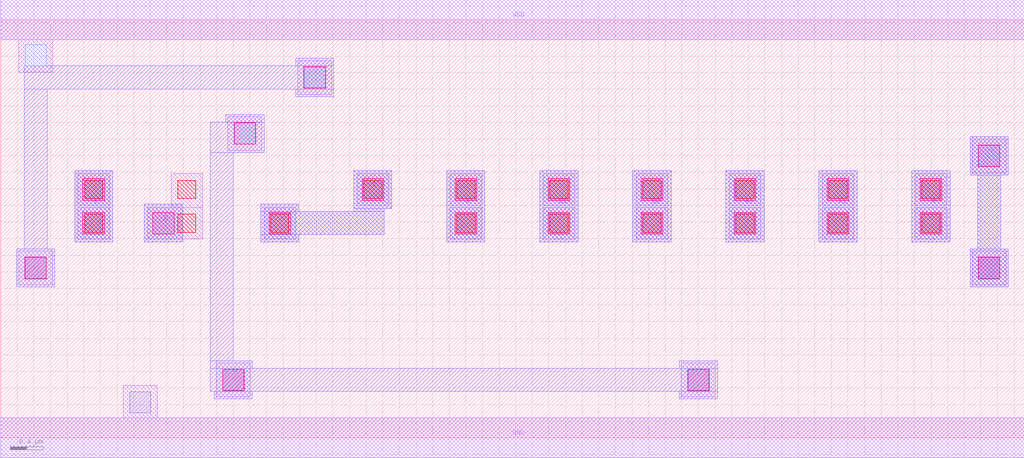
<source format=lef>
MACRO AAOAOI33111
 CLASS CORE ;
 FOREIGN AAOAOI33111 0 0 ;
 SIZE 12.32 BY 5.04 ;
 ORIGIN 0 0 ;
 SYMMETRY X Y R90 ;
 SITE unit ;
  PIN VDD
   DIRECTION INOUT ;
   USE POWER ;
   SHAPE ABUTMENT ;
    PORT
     CLASS CORE ;
       LAYER met1 ;
        RECT 0.00000000 4.80000000 12.32000000 5.28000000 ;
    END
  END VDD

  PIN GND
   DIRECTION INOUT ;
   USE POWER ;
   SHAPE ABUTMENT ;
    PORT
     CLASS CORE ;
       LAYER met1 ;
        RECT 0.00000000 -0.24000000 12.32000000 0.24000000 ;
    END
  END GND

  PIN Y
   DIRECTION INOUT ;
   USE SIGNAL ;
   SHAPE ABUTMENT ;
    PORT
     CLASS CORE ;
       LAYER met2 ;
        RECT 11.67000000 1.81700000 12.13000000 2.27700000 ;
        RECT 11.76000000 2.27700000 12.04000000 3.16700000 ;
        RECT 11.67000000 3.16700000 12.13000000 3.62700000 ;
    END
  END Y

  PIN B2
   DIRECTION INOUT ;
   USE SIGNAL ;
   SHAPE ABUTMENT ;
    PORT
     CLASS CORE ;
       LAYER met2 ;
        RECT 7.61000000 2.35700000 8.07000000 3.22200000 ;
    END
  END B2

  PIN A1
   DIRECTION INOUT ;
   USE SIGNAL ;
   SHAPE ABUTMENT ;
    PORT
     CLASS CORE ;
       LAYER met2 ;
        RECT 9.85000000 2.35700000 10.31000000 3.22200000 ;
    END
  END A1

  PIN A
   DIRECTION INOUT ;
   USE SIGNAL ;
   SHAPE ABUTMENT ;
    PORT
     CLASS CORE ;
       LAYER met2 ;
        RECT 10.97000000 2.35700000 11.43000000 3.22200000 ;
    END
  END A

  PIN C
   DIRECTION INOUT ;
   USE SIGNAL ;
   SHAPE ABUTMENT ;
    PORT
     CLASS CORE ;
       LAYER met2 ;
        RECT 3.13000000 2.35700000 3.59000000 2.44700000 ;
        RECT 3.13000000 2.44700000 4.62000000 2.72700000 ;
        RECT 4.25000000 2.72700000 4.62000000 2.76200000 ;
        RECT 3.13000000 2.72700000 3.59000000 2.81700000 ;
        RECT 4.25000000 2.76200000 4.71000000 3.22200000 ;
    END
  END C

  PIN A2
   DIRECTION INOUT ;
   USE SIGNAL ;
   SHAPE ABUTMENT ;
    PORT
     CLASS CORE ;
       LAYER met2 ;
        RECT 8.73000000 2.35700000 9.19000000 3.22200000 ;
    END
  END A2

  PIN B
   DIRECTION INOUT ;
   USE SIGNAL ;
   SHAPE ABUTMENT ;
    PORT
     CLASS CORE ;
       LAYER met2 ;
        RECT 5.37000000 2.35700000 5.83000000 3.22200000 ;
    END
  END B

  PIN B1
   DIRECTION INOUT ;
   USE SIGNAL ;
   SHAPE ABUTMENT ;
    PORT
     CLASS CORE ;
       LAYER met2 ;
        RECT 6.49000000 2.35700000 6.95000000 3.22200000 ;
    END
  END B1

  PIN E
   DIRECTION INOUT ;
   USE SIGNAL ;
   SHAPE ABUTMENT ;
    PORT
     CLASS CORE ;
       LAYER met2 ;
        RECT 0.89000000 2.35700000 1.35000000 3.22200000 ;
    END
  END E

  PIN D
   DIRECTION INOUT ;
   USE SIGNAL ;
   SHAPE ABUTMENT ;
    PORT
     CLASS CORE ;
       LAYER met2 ;
        RECT 1.73000000 2.35700000 2.19000000 2.81700000 ;
    END
  END D

 OBS
    LAYER polycont ;
     RECT 1.01000000 2.47700000 1.23000000 2.69700000 ;
     RECT 2.13000000 2.47700000 2.35000000 2.69700000 ;
     RECT 3.25000000 2.47700000 3.47000000 2.69700000 ;
     RECT 5.49000000 2.47700000 5.71000000 2.69700000 ;
     RECT 6.61000000 2.47700000 6.83000000 2.69700000 ;
     RECT 7.73000000 2.47700000 7.95000000 2.69700000 ;
     RECT 8.85000000 2.47700000 9.07000000 2.69700000 ;
     RECT 9.97000000 2.47700000 10.19000000 2.69700000 ;
     RECT 11.09000000 2.47700000 11.31000000 2.69700000 ;
     RECT 1.01000000 2.88200000 1.23000000 3.10200000 ;
     RECT 2.13000000 2.88200000 2.35000000 3.10200000 ;
     RECT 4.37000000 2.88200000 4.59000000 3.10200000 ;
     RECT 5.49000000 2.88200000 5.71000000 3.10200000 ;
     RECT 6.61000000 2.88200000 6.83000000 3.10200000 ;
     RECT 7.73000000 2.88200000 7.95000000 3.10200000 ;
     RECT 8.85000000 2.88200000 9.07000000 3.10200000 ;
     RECT 9.97000000 2.88200000 10.19000000 3.10200000 ;
     RECT 11.09000000 2.88200000 11.31000000 3.10200000 ;

    LAYER pdiffc ;
     RECT 11.77500000 3.27200000 12.02500000 3.52200000 ;
     RECT 2.81500000 3.54200000 3.06500000 3.79200000 ;
     RECT 3.65500000 4.21700000 3.90500000 4.46700000 ;
     RECT 0.29500000 4.48700000 0.54500000 4.73700000 ;

    LAYER ndiffc ;
     RECT 1.55500000 0.30200000 1.80500000 0.55200000 ;
     RECT 2.67500000 0.57200000 2.92500000 0.82200000 ;
     RECT 8.27500000 0.57200000 8.52500000 0.82200000 ;
     RECT 0.29500000 1.92200000 0.54500000 2.17200000 ;
     RECT 11.77500000 1.92200000 12.02500000 2.17200000 ;

    LAYER met1 ;
     RECT 0.00000000 -0.24000000 12.32000000 0.24000000 ;
     RECT 1.47500000 0.24000000 1.88500000 0.63200000 ;
     RECT 2.59500000 0.49200000 3.00500000 0.90200000 ;
     RECT 8.19500000 0.49200000 8.60500000 0.90200000 ;
     RECT 0.21500000 1.84200000 0.62500000 2.25200000 ;
     RECT 11.69500000 1.84200000 12.10500000 2.25200000 ;
     RECT 0.93000000 2.39700000 1.31000000 2.77700000 ;
     RECT 3.17000000 2.39700000 3.55000000 2.77700000 ;
     RECT 5.41000000 2.39700000 5.79000000 2.77700000 ;
     RECT 6.53000000 2.39700000 6.91000000 2.77700000 ;
     RECT 7.65000000 2.39700000 8.03000000 2.77700000 ;
     RECT 8.77000000 2.39700000 9.15000000 2.77700000 ;
     RECT 9.89000000 2.39700000 10.27000000 2.77700000 ;
     RECT 11.01000000 2.39700000 11.39000000 2.77700000 ;
     RECT 0.93000000 2.80200000 1.31000000 3.18200000 ;
     RECT 1.77000000 2.39700000 2.43000000 2.77700000 ;
     RECT 2.05000000 2.77700000 2.43000000 3.18200000 ;
     RECT 4.29000000 2.80200000 4.67000000 3.18200000 ;
     RECT 5.41000000 2.80200000 5.79000000 3.18200000 ;
     RECT 6.53000000 2.80200000 6.91000000 3.18200000 ;
     RECT 7.65000000 2.80200000 8.03000000 3.18200000 ;
     RECT 8.77000000 2.80200000 9.15000000 3.18200000 ;
     RECT 9.89000000 2.80200000 10.27000000 3.18200000 ;
     RECT 11.01000000 2.80200000 11.39000000 3.18200000 ;
     RECT 11.69500000 3.19200000 12.10500000 3.60200000 ;
     RECT 2.73500000 3.46200000 3.14500000 3.87200000 ;
     RECT 3.57500000 4.13700000 3.98500000 4.54700000 ;
     RECT 0.21500000 4.40700000 0.62500000 4.80000000 ;
     RECT 0.00000000 4.80000000 12.32000000 5.28000000 ;

    LAYER via1 ;
     RECT 2.67000000 0.56700000 2.93000000 0.82700000 ;
     RECT 8.27000000 0.56700000 8.53000000 0.82700000 ;
     RECT 0.29000000 1.91700000 0.55000000 2.17700000 ;
     RECT 11.77000000 1.91700000 12.03000000 2.17700000 ;
     RECT 0.99000000 2.45700000 1.25000000 2.71700000 ;
     RECT 1.83000000 2.45700000 2.09000000 2.71700000 ;
     RECT 3.23000000 2.45700000 3.49000000 2.71700000 ;
     RECT 5.47000000 2.45700000 5.73000000 2.71700000 ;
     RECT 6.59000000 2.45700000 6.85000000 2.71700000 ;
     RECT 7.71000000 2.45700000 7.97000000 2.71700000 ;
     RECT 8.83000000 2.45700000 9.09000000 2.71700000 ;
     RECT 9.95000000 2.45700000 10.21000000 2.71700000 ;
     RECT 11.07000000 2.45700000 11.33000000 2.71700000 ;
     RECT 0.99000000 2.86200000 1.25000000 3.12200000 ;
     RECT 4.35000000 2.86200000 4.61000000 3.12200000 ;
     RECT 5.47000000 2.86200000 5.73000000 3.12200000 ;
     RECT 6.59000000 2.86200000 6.85000000 3.12200000 ;
     RECT 7.71000000 2.86200000 7.97000000 3.12200000 ;
     RECT 8.83000000 2.86200000 9.09000000 3.12200000 ;
     RECT 9.95000000 2.86200000 10.21000000 3.12200000 ;
     RECT 11.07000000 2.86200000 11.33000000 3.12200000 ;
     RECT 11.77000000 3.26700000 12.03000000 3.52700000 ;
     RECT 2.81000000 3.53700000 3.07000000 3.79700000 ;
     RECT 3.65000000 4.21200000 3.91000000 4.47200000 ;

    LAYER met2 ;
     RECT 1.73000000 2.35700000 2.19000000 2.81700000 ;
     RECT 0.89000000 2.35700000 1.35000000 3.22200000 ;
     RECT 3.13000000 2.35700000 3.59000000 2.44700000 ;
     RECT 3.13000000 2.44700000 4.62000000 2.72700000 ;
     RECT 4.25000000 2.72700000 4.62000000 2.76200000 ;
     RECT 3.13000000 2.72700000 3.59000000 2.81700000 ;
     RECT 4.25000000 2.76200000 4.71000000 3.22200000 ;
     RECT 5.37000000 2.35700000 5.83000000 3.22200000 ;
     RECT 6.49000000 2.35700000 6.95000000 3.22200000 ;
     RECT 7.61000000 2.35700000 8.07000000 3.22200000 ;
     RECT 8.73000000 2.35700000 9.19000000 3.22200000 ;
     RECT 9.85000000 2.35700000 10.31000000 3.22200000 ;
     RECT 10.97000000 2.35700000 11.43000000 3.22200000 ;
     RECT 11.67000000 1.81700000 12.13000000 2.27700000 ;
     RECT 11.76000000 2.27700000 12.04000000 3.16700000 ;
     RECT 11.67000000 3.16700000 12.13000000 3.62700000 ;
     RECT 2.57000000 0.46700000 3.03000000 0.55700000 ;
     RECT 8.17000000 0.46700000 8.63000000 0.55700000 ;
     RECT 2.52000000 0.55700000 8.63000000 0.83700000 ;
     RECT 2.52000000 0.83700000 3.03000000 0.92700000 ;
     RECT 8.17000000 0.83700000 8.63000000 0.92700000 ;
     RECT 2.52000000 0.92700000 2.80000000 3.43700000 ;
     RECT 2.52000000 3.43700000 3.17000000 3.80700000 ;
     RECT 2.71000000 3.80700000 3.17000000 3.89700000 ;
     RECT 0.19000000 1.81700000 0.65000000 2.27700000 ;
     RECT 0.28000000 2.27700000 0.56000000 4.20200000 ;
     RECT 3.55000000 4.11200000 4.01000000 4.20200000 ;
     RECT 0.28000000 4.20200000 4.01000000 4.48200000 ;
     RECT 3.55000000 4.48200000 4.01000000 4.57200000 ;

 END
END AAOAOI33111

</source>
